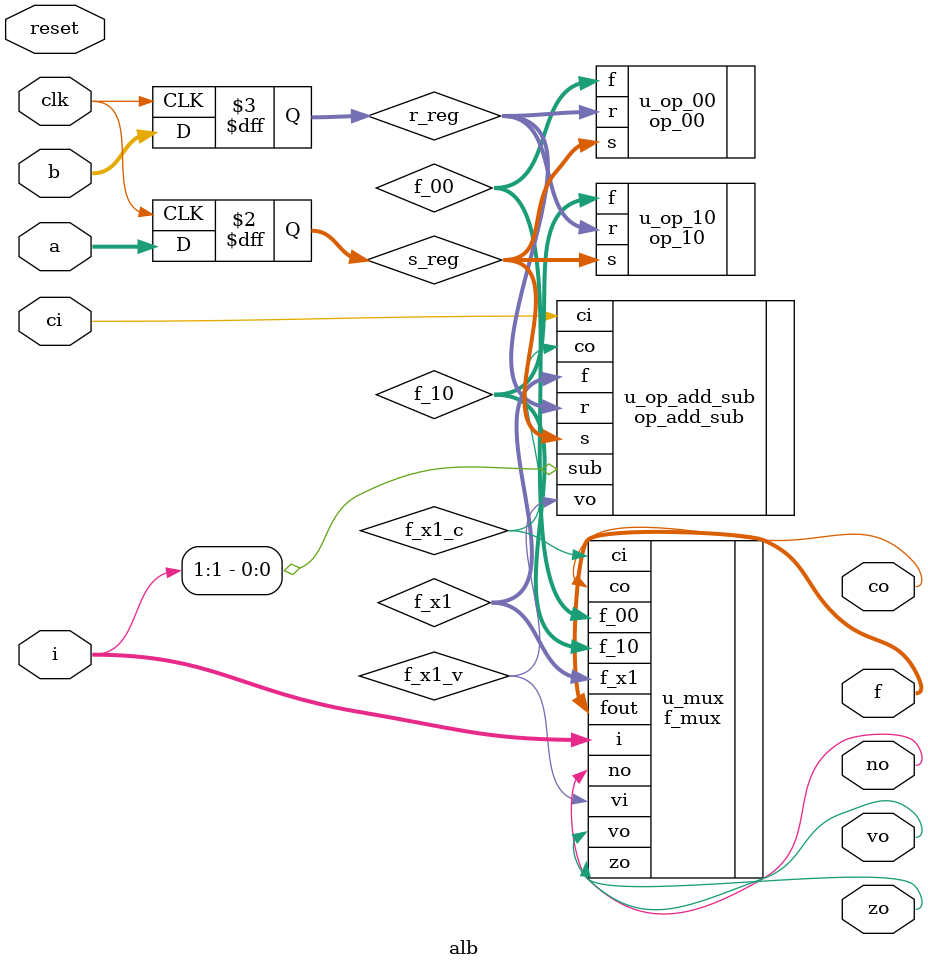
<source format=v>
module alb #(parameter DATA_WIDTH = 8)(clk, reset, a, b, ci, i, f, co, vo, no, zo);
  input [DATA_WIDTH-1:0] a, b;
  input [1:0] i;
  input clk, reset, ci;
  output [DATA_WIDTH-1:0] f;
  output co, vo, no, zo;

  reg [DATA_WIDTH-1:0] s_reg, r_reg;
  wire [DATA_WIDTH-1:0] f_00, f_10, f_x1;
  wire f_x1_c, f_x1_v;

  always @(posedge clk) begin
      s_reg <= a;
      r_reg <= b;
  end

  op_00 #(.DATA_WIDTH(DATA_WIDTH)) u_op_00(.r(r_reg), .s(s_reg), .f(f_00));
  op_10 #(.DATA_WIDTH(DATA_WIDTH)) u_op_10(.r(r_reg), .s(s_reg), .f(f_10));
  op_add_sub #(.DATA_WIDTH(DATA_WIDTH)) u_op_add_sub(.r(r_reg), .s(s_reg), .ci(ci), .sub(i[1]), 
                                                     .f(f_x1), .co(f_x1_c), .vo(f_x1_v));

  f_mux #(.DATA_WIDTH(DATA_WIDTH)) u_mux(.i(i), .f_00(f_00), .f_10(f_10), .f_x1(f_x1), .ci(f_x1_c), .vi(f_x1_v), 
                                         .fout(f), .co(co), .vo(vo), .no(no), .zo(zo));

endmodule

</source>
